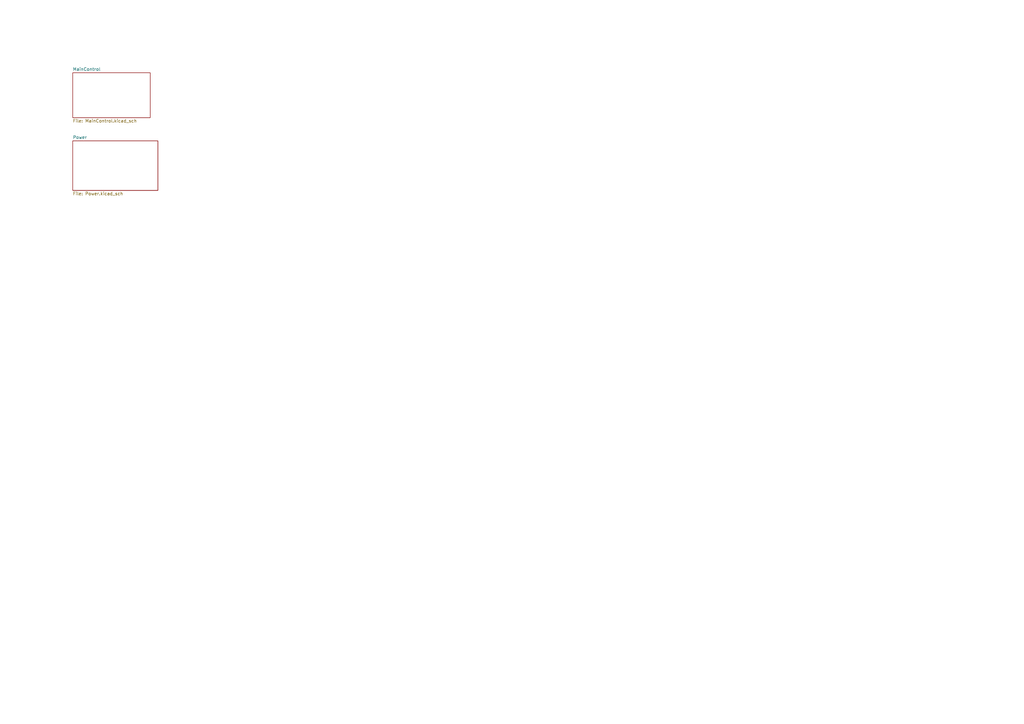
<source format=kicad_sch>
(kicad_sch
	(version 20250114)
	(generator "eeschema")
	(generator_version "9.0")
	(uuid "ebf08534-3857-4769-8242-a003b5f404c4")
	(paper "A3")
	(lib_symbols)
	(sheet
		(at 29.845 29.845)
		(size 31.75 18.415)
		(exclude_from_sim no)
		(in_bom yes)
		(on_board yes)
		(dnp no)
		(fields_autoplaced yes)
		(stroke
			(width 0.1524)
			(type solid)
		)
		(fill
			(color 0 0 0 0.0000)
		)
		(uuid "65991be7-7379-47e8-8b43-774c199b2369")
		(property "Sheetname" "MainControl"
			(at 29.845 29.1334 0)
			(effects
				(font
					(size 1.27 1.27)
				)
				(justify left bottom)
			)
		)
		(property "Sheetfile" "MainControl.kicad_sch"
			(at 29.845 48.8446 0)
			(effects
				(font
					(size 1.27 1.27)
				)
				(justify left top)
			)
		)
		(instances
			(project "UnderwaterGlider"
				(path "/ebf08534-3857-4769-8242-a003b5f404c4"
					(page "2")
				)
			)
		)
	)
	(sheet
		(at 29.845 57.785)
		(size 34.925 20.32)
		(exclude_from_sim no)
		(in_bom yes)
		(on_board yes)
		(dnp no)
		(fields_autoplaced yes)
		(stroke
			(width 0.1524)
			(type solid)
		)
		(fill
			(color 0 0 0 0.0000)
		)
		(uuid "913f1fe9-5824-4f82-a86f-5df1dd29c21c")
		(property "Sheetname" "Power"
			(at 29.845 57.0734 0)
			(effects
				(font
					(size 1.27 1.27)
				)
				(justify left bottom)
			)
		)
		(property "Sheetfile" "Power.kicad_sch"
			(at 29.845 78.6896 0)
			(effects
				(font
					(size 1.27 1.27)
				)
				(justify left top)
			)
		)
		(instances
			(project "UnderwaterGlider"
				(path "/ebf08534-3857-4769-8242-a003b5f404c4"
					(page "3")
				)
			)
		)
	)
	(sheet_instances
		(path "/"
			(page "1")
		)
	)
	(embedded_fonts no)
)

</source>
